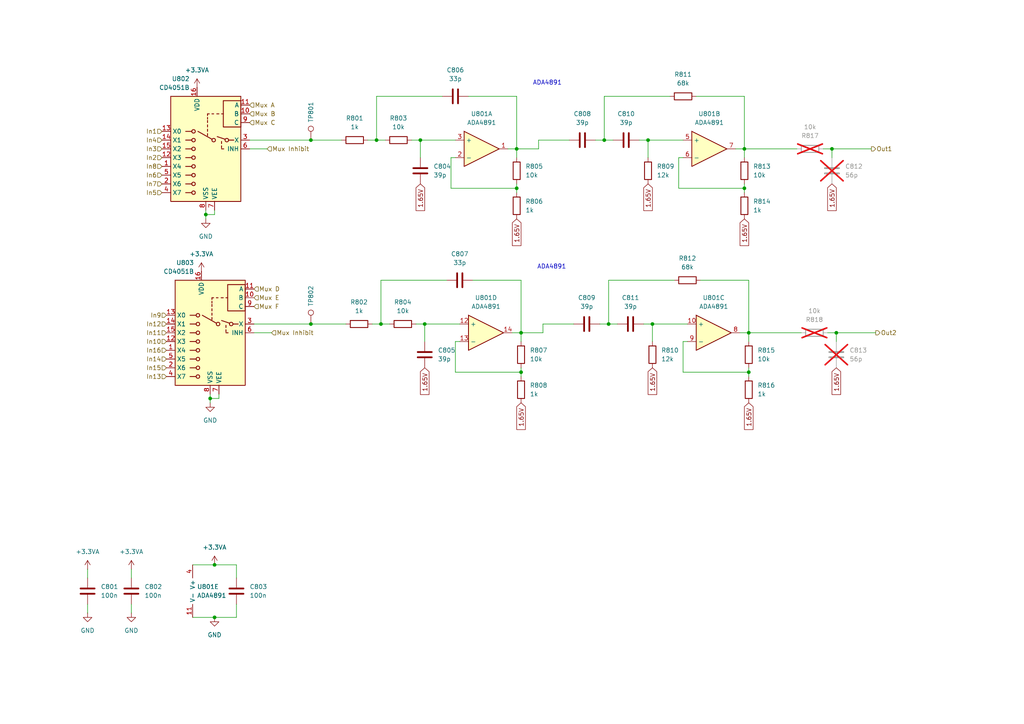
<source format=kicad_sch>
(kicad_sch (version 20250114) (generator "eeschema") (generator_version "9.0")
  (paper "A4")
  (lib_symbols
    (symbol "Analog_Switch:CD4051B"
      (property "Reference" "U" (at -10.16 16.51 0))
      (property "Value" "CD4051B" (at 3.81 16.51 0))
      (symbol "CD4051B_0_1"
        (rectangle (start -10.16 15.24) (end 10.16 -15.24) (stroke (width 0.254)) (fill (type background)))
        (rectangle (start -10.16 6.35) (end -5.08 13.97) (stroke (width 0.254)))
        (polyline (pts (xy -8.128 2.54) (xy -6.604 2.54)) (stroke (width 0.254)))
        (circle (center -6.096 2.54) (radius 0.508) (stroke (width 0.254)))
        (polyline (pts (xy -5.588 2.794) (xy -3.302 3.556)) (stroke (width 0.254)))
        (polyline (pts (xy -4.572 10.16) (xy -5.08 10.16)) (stroke (width 0.254)))
        (polyline (pts (xy -4.572 1.524) (xy -4.572 2.159)) (stroke (width 0.254)))
        (polyline (pts (xy -4.572 0.254) (xy -4.572 0.889)) (stroke (width 0.254)))
        (polyline (pts (xy -4.572 0) (xy -5.207 0)) (stroke (width 0.254)))
        (polyline (pts (xy -3.81 10.16) (xy -3.175 10.16)) (stroke (width 0.254)))
        (circle (center -2.286 2.54) (radius 0.508) (stroke (width 0.254)))
        (polyline (pts (xy -1.778 10.16) (xy -2.286 10.16)) (stroke (width 0.254)))
        (polyline (pts (xy -1.778 2.794) (xy 2.286 5.08)) (stroke (width 0.254)))
        (polyline (pts (xy -0.508 10.16) (xy -1.016 10.16)) (stroke (width 0.254)))
        (polyline (pts (xy -0.508 9.652) (xy -0.508 10.16)) (stroke (width 0.254)))
        (polyline (pts (xy -0.508 8.636) (xy -0.508 9.144)) (stroke (width 0.254)))
        (polyline (pts (xy -0.508 7.62) (xy -0.508 8.255)) (stroke (width 0.254)))
        (polyline (pts (xy -0.508 6.35) (xy -0.508 6.985)) (stroke (width 0.254)))
        (polyline (pts (xy -0.508 5.08) (xy -0.508 5.715)) (stroke (width 0.254)))
        (polyline (pts (xy -0.508 3.81) (xy -0.508 4.445)) (stroke (width 0.254)))
        (circle (center 3.556 5.08) (radius 0.508) (stroke (width 0.254)))
        (circle (center 3.556 2.54) (radius 0.508) (stroke (width 0.254)))
        (circle (center 3.556 0) (radius 0.508) (stroke (width 0.254)))
        (circle (center 3.556 -2.54) (radius 0.508) (stroke (width 0.254)))
        (circle (center 3.556 -5.08) (radius 0.508) (stroke (width 0.254)))
        (circle (center 3.556 -7.62) (radius 0.508) (stroke (width 0.254)))
        (circle (center 3.556 -10.16) (radius 0.508) (stroke (width 0.254)))
        (circle (center 3.556 -12.7) (radius 0.508) (stroke (width 0.254)))
        (polyline (pts (xy 4.064 5.08) (xy 5.842 5.08)) (stroke (width 0.254)))
        (polyline (pts (xy 4.064 2.54) (xy 5.842 2.54)) (stroke (width 0.254)))
        (polyline (pts (xy 4.064 0) (xy 5.842 0)) (stroke (width 0.254)))
        (polyline (pts (xy 4.064 -2.54) (xy 5.842 -2.54)) (stroke (width 0.254)))
        (polyline (pts (xy 4.064 -5.08) (xy 5.842 -5.08)) (stroke (width 0.254)))
        (polyline (pts (xy 4.064 -7.62) (xy 5.842 -7.62)) (stroke (width 0.254)))
        (polyline (pts (xy 4.064 -10.16) (xy 5.842 -10.16)) (stroke (width 0.254)))
        (polyline (pts (xy 4.064 -12.7) (xy 5.842 -12.7)) (stroke (width 0.254)))
      )
      (symbol "CD4051B_1_1"
        (pin input line (at -12.7 12.7 0) (length 2.54) (name "A") (number "11"))
        (pin input line (at -12.7 10.16 0) (length 2.54) (name "B") (number "10"))
        (pin input line (at -12.7 7.62 0) (length 2.54) (name "C") (number "9"))
        (pin bidirectional line (at -12.7 2.54 0) (length 2.54) (name "X") (number "3"))
        (pin input line (at -12.7 0 0) (length 2.54) (name "INH") (number "6"))
        (pin power_in line (at -2.54 -17.78 90) (length 2.54) (name "VEE") (number "7"))
        (pin power_in line (at 0 -17.78 90) (length 2.54) (name "VSS") (number "8"))
        (pin power_in line (at 2.54 17.78 270) (length 2.54) (name "VDD") (number "16"))
        (pin bidirectional line (at 12.7 5.08 180) (length 2.54) (name "X0") (number "13"))
        (pin bidirectional line (at 12.7 2.54 180) (length 2.54) (name "X1") (number "14"))
        (pin bidirectional line (at 12.7 0 180) (length 2.54) (name "X2") (number "15"))
        (pin bidirectional line (at 12.7 -2.54 180) (length 2.54) (name "X3") (number "12"))
        (pin bidirectional line (at 12.7 -5.08 180) (length 2.54) (name "X4") (number "1"))
        (pin bidirectional line (at 12.7 -7.62 180) (length 2.54) (name "X5") (number "5"))
        (pin bidirectional line (at 12.7 -10.16 180) (length 2.54) (name "X6") (number "2"))
        (pin bidirectional line (at 12.7 -12.7 180) (length 2.54) (name "X7") (number "4"))
      )
    )
    (symbol "Connector:TestPoint" (pin_numbers (hide yes)) (pin_names (offset 0.762) (hide yes))
      (property "Reference" "TP" (at 0 6.858 0))
      (property "Value" "TestPoint" (at 0 5.08 0))
      (symbol "TestPoint_0_1"
        (circle (center 0 3.302) (radius 0.762))
      )
      (symbol "TestPoint_1_1"
        (pin passive line (at 0 0 90) (length 2.54) (name "1") (number "1"))
      )
    )
    (symbol "Device:C" (pin_numbers (hide yes)) (pin_names (offset 0.254))
      (property "Reference" "C" (at 0.635 2.54 0))
      (property "Value" "C" (at 0.635 -2.54 0))
      (symbol "C_0_1"
        (polyline (pts (xy -2.032 0.762) (xy 2.032 0.762)) (stroke (width 0.508)))
        (polyline (pts (xy -2.032 -0.762) (xy 2.032 -0.762)) (stroke (width 0.508)))
      )
      (symbol "C_1_1"
        (pin passive line (at 0 3.81 270) (length 2.794) (name "~") (number "1"))
        (pin passive line (at 0 -3.81 90) (length 2.794) (name "~") (number "2"))
      )
    )
    (symbol "Device:Opamp_Quad"
      (property "Reference" "U" (at 0 5.08 0))
      (property "Value" "Opamp_Quad" (at 0 -5.08 0))
      (symbol "Opamp_Quad_1_1"
        (polyline (pts (xy -5.08 5.08) (xy 5.08 0) (xy -5.08 -5.08) (xy -5.08 5.08)) (stroke (width 0.254)) (fill (type background)))
        (pin input line (at -7.62 2.54 0) (length 2.54) (name "+") (number "3"))
        (pin input line (at -7.62 -2.54 0) (length 2.54) (name "-") (number "2"))
        (pin output line (at 7.62 0 180) (length 2.54) (name "~") (number "1"))
      )
      (symbol "Opamp_Quad_2_1"
        (polyline (pts (xy -5.08 5.08) (xy 5.08 0) (xy -5.08 -5.08) (xy -5.08 5.08)) (stroke (width 0.254)) (fill (type background)))
        (pin input line (at -7.62 2.54 0) (length 2.54) (name "+") (number "5"))
        (pin input line (at -7.62 -2.54 0) (length 2.54) (name "-") (number "6"))
        (pin output line (at 7.62 0 180) (length 2.54) (name "~") (number "7"))
      )
      (symbol "Opamp_Quad_3_1"
        (polyline (pts (xy -5.08 5.08) (xy 5.08 0) (xy -5.08 -5.08) (xy -5.08 5.08)) (stroke (width 0.254)) (fill (type background)))
        (pin input line (at -7.62 2.54 0) (length 2.54) (name "+") (number "10"))
        (pin input line (at -7.62 -2.54 0) (length 2.54) (name "-") (number "9"))
        (pin output line (at 7.62 0 180) (length 2.54) (name "~") (number "8"))
      )
      (symbol "Opamp_Quad_4_1"
        (polyline (pts (xy -5.08 5.08) (xy 5.08 0) (xy -5.08 -5.08) (xy -5.08 5.08)) (stroke (width 0.254)) (fill (type background)))
        (pin input line (at -7.62 2.54 0) (length 2.54) (name "+") (number "12"))
        (pin input line (at -7.62 -2.54 0) (length 2.54) (name "-") (number "13"))
        (pin output line (at 7.62 0 180) (length 2.54) (name "~") (number "14"))
      )
      (symbol "Opamp_Quad_5_1"
        (pin power_in line (at -2.54 7.62 270) (length 3.81) (name "V+") (number "4"))
        (pin power_in line (at -2.54 -7.62 90) (length 3.81) (name "V-") (number "11"))
      )
    )
    (symbol "Device:R" (pin_numbers (hide yes)) (pin_names (offset 0))
      (property "Reference" "R" (at 2.032 0 90))
      (property "Value" "R" (at 0 0 90))
      (symbol "R_0_1"
        (rectangle (start -1.016 -2.54) (end 1.016 2.54) (stroke (width 0.254)))
      )
      (symbol "R_1_1"
        (pin passive line (at 0 3.81 270) (length 1.27) (name "~") (number "1"))
        (pin passive line (at 0 -3.81 90) (length 1.27) (name "~") (number "2"))
      )
    )
    (symbol "power:+3.3VA" (power) (pin_numbers (hide yes)) (pin_names (offset 0) (hide yes))
      (property "Value" "+3.3VA" (at 0 3.556 0))
      (symbol "+3.3VA_0_1"
        (polyline (pts (xy -0.762 1.27) (xy 0 2.54)))
        (polyline (pts (xy 0 2.54) (xy 0.762 1.27)))
        (polyline (pts (xy 0 0) (xy 0 2.54)))
      )
      (symbol "+3.3VA_1_1"
        (pin power_in line (at 0 0 90) (length 0) (name "~") (number "1"))
      )
    )
    (symbol "power:GND" (power) (pin_numbers (hide yes)) (pin_names (offset 0) (hide yes))
      (property "Value" "GND" (at 0 -3.81 0))
      (symbol "GND_0_1"
        (polyline (pts (xy 0 0) (xy 0 -1.27) (xy 1.27 -1.27) (xy 0 -2.54) (xy -1.27 -1.27) (xy 0 -1.27)))
      )
      (symbol "GND_1_1"
        (pin power_in line (at 0 0 270) (length 0) (name "~") (number "1"))
      )
    )
  )
  (text "ADA4891" (at 160.02 77.47 0) (effects (font (size 1.27 1.27))))
  (text "ADA4891" (at 158.75 24.13 0) (effects (font (size 1.27 1.27))))
  (junction (at 189.23 93.98))
  (junction (at 215.9 43.18))
  (junction (at 90.17 40.64))
  (junction (at 149.86 43.18))
  (junction (at 123.19 93.98))
  (junction (at 62.23 179.07))
  (junction (at 175.26 40.64))
  (junction (at 217.17 107.95))
  (junction (at 149.86 54.61))
  (junction (at 59.69 62.23))
  (junction (at 60.96 115.57))
  (junction (at 90.17 93.98))
  (junction (at 215.9 54.61))
  (junction (at 241.3 43.18))
  (junction (at 151.13 96.52))
  (junction (at 217.17 96.52))
  (junction (at 62.23 163.83))
  (junction (at 242.57 96.52))
  (junction (at 121.92 40.64))
  (junction (at 176.53 93.98))
  (junction (at 110.49 93.98))
  (junction (at 109.22 40.64))
  (junction (at 187.96 40.64))
  (junction (at 151.13 107.95))
  (wire (pts (xy 165.1 40.64) (xy 156.21 40.64)))
  (wire (pts (xy 110.49 81.28) (xy 110.49 93.98)))
  (wire (pts (xy 241.3 43.18) (xy 252.73 43.18)))
  (wire (pts (xy 215.9 43.18) (xy 213.36 43.18)))
  (wire (pts (xy 201.93 27.94) (xy 215.9 27.94)))
  (wire (pts (xy 68.58 167.64) (xy 68.58 163.83)))
  (wire (pts (xy 133.35 99.06) (xy 132.08 99.06)))
  (wire (pts (xy 132.08 40.64) (xy 121.92 40.64)))
  (wire (pts (xy 242.57 99.06) (xy 242.57 96.52)))
  (wire (pts (xy 132.08 45.72) (xy 130.81 45.72)))
  (wire (pts (xy 60.96 116.84) (xy 60.96 115.57)))
  (wire (pts (xy 215.9 27.94) (xy 215.9 43.18)))
  (wire (pts (xy 90.17 93.98) (xy 100.33 93.98)))
  (wire (pts (xy 198.12 40.64) (xy 187.96 40.64)))
  (wire (pts (xy 199.39 99.06) (xy 198.12 99.06)))
  (wire (pts (xy 198.12 107.95) (xy 217.17 107.95)))
  (wire (pts (xy 242.57 96.52) (xy 240.03 96.52)))
  (wire (pts (xy 241.3 43.18) (xy 238.76 43.18)))
  (wire (pts (xy 130.81 45.72) (xy 130.81 54.61)))
  (wire (pts (xy 217.17 81.28) (xy 217.17 96.52)))
  (wire (pts (xy 176.53 93.98) (xy 179.07 93.98)))
  (wire (pts (xy 72.39 43.18) (xy 77.47 43.18)))
  (wire (pts (xy 90.17 40.64) (xy 99.06 40.64)))
  (wire (pts (xy 151.13 81.28) (xy 151.13 96.52)))
  (wire (pts (xy 38.1 175.26) (xy 38.1 177.8)))
  (wire (pts (xy 187.96 45.72) (xy 187.96 40.64)))
  (wire (pts (xy 156.21 43.18) (xy 149.86 43.18)))
  (wire (pts (xy 72.39 40.64) (xy 90.17 40.64)))
  (wire (pts (xy 60.96 115.57) (xy 63.5 115.57)))
  (wire (pts (xy 128.27 27.94) (xy 109.22 27.94)))
  (wire (pts (xy 156.21 40.64) (xy 156.21 43.18)))
  (wire (pts (xy 68.58 179.07) (xy 68.58 175.26)))
  (wire (pts (xy 217.17 99.06) (xy 217.17 96.52)))
  (wire (pts (xy 196.85 45.72) (xy 196.85 54.61)))
  (wire (pts (xy 109.22 40.64) (xy 111.76 40.64)))
  (wire (pts (xy 38.1 165.1) (xy 38.1 167.64)))
  (wire (pts (xy 175.26 40.64) (xy 177.8 40.64)))
  (wire (pts (xy 106.68 40.64) (xy 109.22 40.64)))
  (wire (pts (xy 196.85 54.61) (xy 215.9 54.61)))
  (wire (pts (xy 60.96 115.57) (xy 60.96 114.3)))
  (wire (pts (xy 59.69 63.5) (xy 59.69 62.23)))
  (wire (pts (xy 187.96 40.64) (xy 185.42 40.64)))
  (wire (pts (xy 130.81 54.61) (xy 149.86 54.61)))
  (wire (pts (xy 241.3 45.72) (xy 241.3 43.18)))
  (wire (pts (xy 149.86 55.88) (xy 149.86 54.61)))
  (wire (pts (xy 194.31 27.94) (xy 175.26 27.94)))
  (wire (pts (xy 63.5 115.57) (xy 63.5 114.3)))
  (wire (pts (xy 123.19 99.06) (xy 123.19 93.98)))
  (wire (pts (xy 55.88 179.07) (xy 62.23 179.07)))
  (wire (pts (xy 189.23 99.06) (xy 189.23 93.98)))
  (wire (pts (xy 149.86 43.18) (xy 147.32 43.18)))
  (wire (pts (xy 203.2 81.28) (xy 217.17 81.28)))
  (wire (pts (xy 217.17 109.22) (xy 217.17 107.95)))
  (wire (pts (xy 149.86 45.72) (xy 149.86 43.18)))
  (wire (pts (xy 123.19 93.98) (xy 120.65 93.98)))
  (wire (pts (xy 175.26 27.94) (xy 175.26 40.64)))
  (wire (pts (xy 62.23 179.07) (xy 68.58 179.07)))
  (wire (pts (xy 149.86 27.94) (xy 149.86 43.18)))
  (wire (pts (xy 137.16 81.28) (xy 151.13 81.28)))
  (wire (pts (xy 231.14 43.18) (xy 215.9 43.18)))
  (wire (pts (xy 25.4 175.26) (xy 25.4 177.8)))
  (wire (pts (xy 242.57 96.52) (xy 254 96.52)))
  (wire (pts (xy 198.12 45.72) (xy 196.85 45.72)))
  (wire (pts (xy 217.17 96.52) (xy 214.63 96.52)))
  (wire (pts (xy 199.39 93.98) (xy 189.23 93.98)))
  (wire (pts (xy 198.12 99.06) (xy 198.12 107.95)))
  (wire (pts (xy 215.9 54.61) (xy 215.9 53.34)))
  (wire (pts (xy 151.13 99.06) (xy 151.13 96.52)))
  (wire (pts (xy 107.95 93.98) (xy 110.49 93.98)))
  (wire (pts (xy 135.89 27.94) (xy 149.86 27.94)))
  (wire (pts (xy 157.48 96.52) (xy 151.13 96.52)))
  (wire (pts (xy 59.69 62.23) (xy 62.23 62.23)))
  (wire (pts (xy 215.9 55.88) (xy 215.9 54.61)))
  (wire (pts (xy 132.08 99.06) (xy 132.08 107.95)))
  (wire (pts (xy 176.53 81.28) (xy 176.53 93.98)))
  (wire (pts (xy 151.13 96.52) (xy 148.59 96.52)))
  (wire (pts (xy 62.23 62.23) (xy 62.23 60.96)))
  (wire (pts (xy 133.35 93.98) (xy 123.19 93.98)))
  (wire (pts (xy 110.49 93.98) (xy 113.03 93.98)))
  (wire (pts (xy 149.86 54.61) (xy 149.86 53.34)))
  (wire (pts (xy 73.66 96.52) (xy 78.74 96.52)))
  (wire (pts (xy 173.99 93.98) (xy 176.53 93.98)))
  (wire (pts (xy 132.08 107.95) (xy 151.13 107.95)))
  (wire (pts (xy 121.92 40.64) (xy 119.38 40.64)))
  (wire (pts (xy 62.23 163.83) (xy 68.58 163.83)))
  (wire (pts (xy 172.72 40.64) (xy 175.26 40.64)))
  (wire (pts (xy 166.37 93.98) (xy 157.48 93.98)))
  (wire (pts (xy 157.48 93.98) (xy 157.48 96.52)))
  (wire (pts (xy 151.13 107.95) (xy 151.13 106.68)))
  (wire (pts (xy 189.23 93.98) (xy 186.69 93.98)))
  (wire (pts (xy 59.69 62.23) (xy 59.69 60.96)))
  (wire (pts (xy 121.92 45.72) (xy 121.92 40.64)))
  (wire (pts (xy 195.58 81.28) (xy 176.53 81.28)))
  (wire (pts (xy 25.4 165.1) (xy 25.4 167.64)))
  (wire (pts (xy 109.22 27.94) (xy 109.22 40.64)))
  (wire (pts (xy 151.13 109.22) (xy 151.13 107.95)))
  (wire (pts (xy 55.88 163.83) (xy 62.23 163.83)))
  (wire (pts (xy 215.9 43.18) (xy 215.9 45.72)))
  (wire (pts (xy 232.41 96.52) (xy 217.17 96.52)))
  (wire (pts (xy 73.66 93.98) (xy 90.17 93.98)))
  (wire (pts (xy 217.17 107.95) (xy 217.17 106.68)))
  (wire (pts (xy 129.54 81.28) (xy 110.49 81.28)))
  (image (at 425.45 69.85))
  (global_label "1.65V" (shape input) (at 187.96 53.34 270) (property "Intersheetrefs" "${INTERSHEET_REFS}" (effects (hide yes))))
  (global_label "1.65V" (shape input) (at 151.13 116.84 270) (property "Intersheetrefs" "${INTERSHEET_REFS}" (effects (hide yes))))
  (global_label "1.65V" (shape input) (at 149.86 63.5 270) (property "Intersheetrefs" "${INTERSHEET_REFS}" (effects (hide yes))))
  (global_label "1.65V" (shape input) (at 241.3 53.34 270) (property "Intersheetrefs" "${INTERSHEET_REFS}" (effects (hide yes))))
  (global_label "1.65V" (shape input) (at 123.19 106.68 270) (property "Intersheetrefs" "${INTERSHEET_REFS}" (effects (hide yes))))
  (global_label "1.65V" (shape input) (at 189.23 106.68 270) (property "Intersheetrefs" "${INTERSHEET_REFS}" (effects (hide yes))))
  (global_label "1.65V" (shape input) (at 215.9 63.5 270) (property "Intersheetrefs" "${INTERSHEET_REFS}" (effects (hide yes))))
  (global_label "1.65V" (shape input) (at 217.17 116.84 270) (property "Intersheetrefs" "${INTERSHEET_REFS}" (effects (hide yes))))
  (global_label "1.65V" (shape input) (at 121.92 53.34 270) (property "Intersheetrefs" "${INTERSHEET_REFS}" (effects (hide yes))))
  (global_label "1.65V" (shape input) (at 242.57 106.68 270) (property "Intersheetrefs" "${INTERSHEET_REFS}" (effects (hide yes))))
  (hierarchical_label "Mux F" (shape input) (at 73.66 88.9 0))
  (hierarchical_label "Mux Inhibit" (shape input) (at 77.47 43.18 0))
  (hierarchical_label "Mux A" (shape input) (at 72.39 30.48 0))
  (hierarchical_label "In6" (shape input) (at 46.99 50.8 180))
  (hierarchical_label "Mux Inhibit" (shape input) (at 78.74 96.52 0))
  (hierarchical_label "Mux D" (shape input) (at 73.66 83.82 0))
  (hierarchical_label "In10" (shape input) (at 48.26 99.06 180))
  (hierarchical_label "In15" (shape input) (at 48.26 106.68 180))
  (hierarchical_label "In16" (shape input) (at 48.26 101.6 180))
  (hierarchical_label "Out2" (shape output) (at 254 96.52 0))
  (hierarchical_label "Mux C" (shape input) (at 72.39 35.56 0))
  (hierarchical_label "In4" (shape input) (at 46.99 40.64 180))
  (hierarchical_label "In2" (shape input) (at 46.99 45.72 180))
  (hierarchical_label "In14" (shape input) (at 48.26 104.14 180))
  (hierarchical_label "In8" (shape input) (at 46.99 48.26 180))
  (hierarchical_label "Mux E" (shape input) (at 73.66 86.36 0))
  (hierarchical_label "In12" (shape input) (at 48.26 93.98 180))
  (hierarchical_label "Mux B" (shape input) (at 72.39 33.02 0))
  (hierarchical_label "Out1" (shape output) (at 252.73 43.18 0))
  (hierarchical_label "In3" (shape input) (at 46.99 43.18 180))
  (hierarchical_label "In9" (shape input) (at 48.26 91.44 180))
  (hierarchical_label "In7" (shape input) (at 46.99 53.34 180))
  (hierarchical_label "In11" (shape input) (at 48.26 96.52 180))
  (hierarchical_label "In13" (shape input) (at 48.26 109.22 180))
  (hierarchical_label "In1" (shape input) (at 46.99 38.1 180))
  (hierarchical_label "In5" (shape input) (at 46.99 55.88 180))
  (symbol (lib_id "Device:R") (at 217.17 102.87 0) (mirror x) (unit 1)
    (property "Reference" "R715" (at 219.71 101.6 0) (effects (justify left)))
    (property "Value" "10k" (at 219.71 104.14 0) (effects (justify left)))
    (property "Footprint" "Resistor_SMD:R_0603_1608Metric" (effects (hide yes)))
    (property "Description" "Resistor" (effects (hide yes)))
    (instances (project "Input Board" (path "" (reference "R815") (unit 1)) (path "" (reference "R715") (unit 1))))
  )
  (symbol (lib_id "Device:C") (at 182.88 93.98 90) (unit 1)
    (property "Reference" "C711" (at 182.88 86.36 90))
    (property "Value" "39p" (at 182.88 88.9 90))
    (property "Footprint" "Capacitor_SMD:C_0603_1608Metric" (effects (hide yes)))
    (property "Description" "Unpolarized capacitor" (effects (hide yes)))
    (instances (project "Input Board" (path "" (reference "C811") (unit 1)) (path "" (reference "C711") (unit 1))))
  )
  (symbol (lib_id "power:+3.3VA") (at 62.23 163.83 0) (unit 1)
    (property "Reference" "#PWR0709" (effects (hide yes)))
    (property "Value" "+3.3VA" (at 62.23 158.75 0))
    (property "Description" "Power symbol creates a global label with name \"+3.3VA\"" (effects (hide yes)))
    (instances (project "Input Board" (path "" (reference "#PWR0809") (unit 1)) (path "" (reference "#PWR0709") (unit 1))))
  )
  (symbol (lib_id "Device:R") (at 151.13 113.03 0) (mirror x) (unit 1)
    (property "Reference" "R708" (at 153.67 111.76 0) (effects (justify left)))
    (property "Value" "1k" (at 153.67 114.3 0) (effects (justify left)))
    (property "Footprint" "Resistor_SMD:R_0603_1608Metric" (effects (hide yes)))
    (property "Description" "Resistor" (effects (hide yes)))
    (instances (project "Input Board" (path "" (reference "R808") (unit 1)) (path "" (reference "R708") (unit 1))))
  )
  (symbol (lib_id "Device:C") (at 121.92 49.53 0) (unit 1)
    (property "Reference" "C704" (at 125.73 48.2599 0) (effects (justify left)))
    (property "Value" "39p" (at 125.73 50.7999 0) (effects (justify left)))
    (property "Footprint" "Capacitor_SMD:C_0603_1608Metric" (effects (hide yes)))
    (property "Description" "Unpolarized capacitor" (effects (hide yes)))
    (instances (project "Input Board" (path "" (reference "C804") (unit 1)) (path "" (reference "C704") (unit 1))))
  )
  (symbol (lib_id "Device:Opamp_Quad") (at 139.7 43.18 0) (unit 1)
    (property "Reference" "U701" (at 139.7 33.02 0))
    (property "Value" "ADA4891" (at 139.7 35.56 0))
    (property "Footprint" "Package_SO:SOIC-14_3.9x8.7mm_P1.27mm" (effects (hide yes)))
    (property "Description" "Quad operational amplifier" (effects (hide yes)))
    (property "Sim.Library" "${KICAD9_SYMBOL_DIR}/Simulation_SPICE.sp" (effects (hide yes)))
    (property "Sim.Name" "kicad_builtin_opamp_quad" (effects (hide yes)))
    (property "Sim.Device" "SUBCKT" (effects (hide yes)))
    (property "Sim.Pins" "1=out1 2=in1- 3=in1+ 4=vcc 5=in2+ 6=in2- 7=out2 8=out3 9=in3- 10=in3+ 11=vee 12=in4+ 13=in4- 14=out4" (effects (hide yes)))
    (instances (project "Input Board" (path "" (reference "U801") (unit 1)) (path "" (reference "U701") (unit 1))))
  )
  (symbol (lib_id "Device:C") (at 133.35 81.28 90) (unit 1)
    (property "Reference" "C707" (at 133.35 73.66 90))
    (property "Value" "33p" (at 133.35 76.2 90))
    (property "Footprint" "Capacitor_SMD:C_0603_1608Metric" (effects (hide yes)))
    (property "Description" "Unpolarized capacitor" (effects (hide yes)))
    (instances (project "Input Board" (path "" (reference "C807") (unit 1)) (path "" (reference "C707") (unit 1))))
  )
  (symbol (lib_id "Device:Opamp_Quad") (at 58.42 171.45 0) (unit 5)
    (property "Reference" "U701" (at 57.15 170.1799 0) (effects (justify left)))
    (property "Value" "ADA4891" (at 57.15 172.7199 0) (effects (justify left)))
    (property "Footprint" "Package_SO:SOIC-14_3.9x8.7mm_P1.27mm" (effects (hide yes)))
    (property "Description" "Quad operational amplifier" (effects (hide yes)))
    (property "Sim.Library" "${KICAD9_SYMBOL_DIR}/Simulation_SPICE.sp" (effects (hide yes)))
    (property "Sim.Name" "kicad_builtin_opamp_quad" (effects (hide yes)))
    (property "Sim.Device" "SUBCKT" (effects (hide yes)))
    (property "Sim.Pins" "1=out1 2=in1- 3=in1+ 4=vcc 5=in2+ 6=in2- 7=out2 8=out3 9=in3- 10=in3+ 11=vee 12=in4+ 13=in4- 14=out4" (effects (hide yes)))
    (instances (project "Input Board" (path "" (reference "U801") (unit 5)) (path "" (reference "U701") (unit 5))))
  )
  (symbol (lib_id "Device:R") (at 217.17 113.03 0) (mirror x) (unit 1)
    (property "Reference" "R716" (at 219.71 111.76 0) (effects (justify left)))
    (property "Value" "1k" (at 219.71 114.3 0) (effects (justify left)))
    (property "Footprint" "Resistor_SMD:R_0603_1608Metric" (effects (hide yes)))
    (property "Description" "Resistor" (effects (hide yes)))
    (instances (project "Input Board" (path "" (reference "R816") (unit 1)) (path "" (reference "R716") (unit 1))))
  )
  (symbol (lib_id "Device:R") (at 199.39 81.28 270) (mirror x) (unit 1)
    (property "Reference" "R712" (at 199.39 74.93 90))
    (property "Value" "68k" (at 199.39 77.47 90))
    (property "Footprint" "Resistor_SMD:R_0603_1608Metric" (effects (hide yes)))
    (property "Description" "Resistor" (effects (hide yes)))
    (instances (project "Input Board" (path "" (reference "R812") (unit 1)) (path "" (reference "R712") (unit 1))))
  )
  (symbol (lib_id "Device:R") (at 187.96 49.53 0) (mirror x) (unit 1)
    (property "Reference" "R709" (at 190.5 48.26 0) (effects (justify left)))
    (property "Value" "12k" (at 190.5 50.8 0) (effects (justify left)))
    (property "Footprint" "Resistor_SMD:R_0603_1608Metric" (effects (hide yes)))
    (property "Description" "Resistor" (effects (hide yes)))
    (instances (project "Input Board" (path "" (reference "R809") (unit 1)) (path "" (reference "R709") (unit 1))))
  )
  (symbol (lib_id "power:GND") (at 38.1 177.8 0) (unit 1)
    (property "Reference" "#PWR0704" (effects (hide yes)))
    (property "Value" "GND" (at 38.1 182.88 0))
    (property "Description" "Power symbol creates a global label with name \"GND\" , ground" (effects (hide yes)))
    (instances (project "Input Board" (path "" (reference "#PWR0804") (unit 1)) (path "" (reference "#PWR0704") (unit 1))))
  )
  (symbol (lib_id "Device:C") (at 170.18 93.98 90) (unit 1)
    (property "Reference" "C709" (at 170.18 86.36 90))
    (property "Value" "39p" (at 170.18 88.9 90))
    (property "Footprint" "Capacitor_SMD:C_0603_1608Metric" (effects (hide yes)))
    (property "Description" "Unpolarized capacitor" (effects (hide yes)))
    (instances (project "Input Board" (path "" (reference "C809") (unit 1)) (path "" (reference "C709") (unit 1))))
  )
  (symbol (lib_id "Device:C") (at 132.08 27.94 90) (unit 1)
    (property "Reference" "C706" (at 132.08 20.32 90))
    (property "Value" "33p" (at 132.08 22.86 90))
    (property "Footprint" "Capacitor_SMD:C_0603_1608Metric" (effects (hide yes)))
    (property "Description" "Unpolarized capacitor" (effects (hide yes)))
    (instances (project "Input Board" (path "" (reference "C806") (unit 1)) (path "" (reference "C706") (unit 1))))
  )
  (symbol (lib_id "Device:C") (at 168.91 40.64 90) (unit 1)
    (property "Reference" "C708" (at 168.91 33.02 90))
    (property "Value" "39p" (at 168.91 35.56 90))
    (property "Footprint" "Capacitor_SMD:C_0603_1608Metric" (effects (hide yes)))
    (property "Description" "Unpolarized capacitor" (effects (hide yes)))
    (instances (project "Input Board" (path "" (reference "C808") (unit 1)) (path "" (reference "C708") (unit 1))))
  )
  (symbol (lib_id "Device:R") (at 236.22 96.52 270) (mirror x) (unit 1) (dnp yes)
    (property "Reference" "R718" (at 236.22 92.71 90))
    (property "Value" "10k" (at 236.22 90.17 90))
    (property "Footprint" "Resistor_SMD:R_0603_1608Metric" (effects (hide yes)))
    (property "Description" "Resistor" (effects (hide yes)))
    (instances (project "Input Board" (path "" (reference "R818") (unit 1)) (path "" (reference "R718") (unit 1))))
  )
  (symbol (lib_id "Device:R") (at 102.87 40.64 90) (unit 1)
    (property "Reference" "R701" (at 102.87 34.29 90))
    (property "Value" "1k" (at 102.87 36.83 90))
    (property "Footprint" "Resistor_SMD:R_0603_1608Metric" (effects (hide yes)))
    (property "Description" "Resistor" (effects (hide yes)))
    (instances (project "Input Board" (path "" (reference "R801") (unit 1)) (path "" (reference "R701") (unit 1))))
  )
  (symbol (lib_id "Device:R") (at 104.14 93.98 90) (unit 1)
    (property "Reference" "R702" (at 104.14 87.63 90))
    (property "Value" "1k" (at 104.14 90.17 90))
    (property "Footprint" "Resistor_SMD:R_0603_1608Metric" (effects (hide yes)))
    (property "Description" "Resistor" (effects (hide yes)))
    (instances (project "Input Board" (path "" (reference "R802") (unit 1)) (path "" (reference "R702") (unit 1))))
  )
  (symbol (lib_id "Device:C") (at 68.58 171.45 0) (unit 1)
    (property "Reference" "C703" (at 72.39 170.1799 0) (effects (justify left)))
    (property "Value" "100n" (at 72.39 172.7199 0) (effects (justify left)))
    (property "Footprint" "Capacitor_SMD:C_0603_1608Metric" (effects (hide yes)))
    (property "Description" "Unpolarized capacitor" (effects (hide yes)))
    (instances (project "Input Board" (path "" (reference "C803") (unit 1)) (path "" (reference "C703") (unit 1))))
  )
  (symbol (lib_id "Device:R") (at 151.13 102.87 0) (mirror x) (unit 1)
    (property "Reference" "R707" (at 153.67 101.6 0) (effects (justify left)))
    (property "Value" "10k" (at 153.67 104.14 0) (effects (justify left)))
    (property "Footprint" "Resistor_SMD:R_0603_1608Metric" (effects (hide yes)))
    (property "Description" "Resistor" (effects (hide yes)))
    (instances (project "Input Board" (path "" (reference "R807") (unit 1)) (path "" (reference "R707") (unit 1))))
  )
  (symbol (lib_id "Connector:TestPoint") (at 90.17 93.98 0) (unit 1)
    (property "Reference" "TP702" (at 90.17 88.9 90) (effects (justify left)))
    (property "Value" "TestPoint" (effects (hide yes)))
    (property "Footprint" "TestPoint:TestPoint_Pad_1.5x1.5mm" (effects (hide yes)))
    (property "Description" "test point" (effects (hide yes)))
    (instances (project "Input Board" (path "" (reference "TP802") (unit 1)) (path "" (reference "TP702") (unit 1))))
  )
  (symbol (lib_id "Device:R") (at 215.9 49.53 0) (mirror x) (unit 1)
    (property "Reference" "R713" (at 218.44 48.26 0) (effects (justify left)))
    (property "Value" "10k" (at 218.44 50.8 0) (effects (justify left)))
    (property "Footprint" "Resistor_SMD:R_0603_1608Metric" (effects (hide yes)))
    (property "Description" "Resistor" (effects (hide yes)))
    (instances (project "Input Board" (path "" (reference "R813") (unit 1)) (path "" (reference "R713") (unit 1))))
  )
  (symbol (lib_id "Device:Opamp_Quad") (at 207.01 96.52 0) (unit 3)
    (property "Reference" "U701" (at 207.01 86.36 0))
    (property "Value" "ADA4891" (at 207.01 88.9 0))
    (property "Footprint" "Package_SO:SOIC-14_3.9x8.7mm_P1.27mm" (effects (hide yes)))
    (property "Description" "Quad operational amplifier" (effects (hide yes)))
    (property "Sim.Library" "${KICAD9_SYMBOL_DIR}/Simulation_SPICE.sp" (effects (hide yes)))
    (property "Sim.Name" "kicad_builtin_opamp_quad" (effects (hide yes)))
    (property "Sim.Device" "SUBCKT" (effects (hide yes)))
    (property "Sim.Pins" "1=out1 2=in1- 3=in1+ 4=vcc 5=in2+ 6=in2- 7=out2 8=out3 9=in3- 10=in3+ 11=vee 12=in4+ 13=in4- 14=out4" (effects (hide yes)))
    (instances (project "Input Board" (path "" (reference "U801") (unit 3)) (path "" (reference "U701") (unit 3))))
  )
  (symbol (lib_id "Device:R") (at 189.23 102.87 0) (mirror x) (unit 1)
    (property "Reference" "R710" (at 191.77 101.6 0) (effects (justify left)))
    (property "Value" "12k" (at 191.77 104.14 0) (effects (justify left)))
    (property "Footprint" "Resistor_SMD:R_0603_1608Metric" (effects (hide yes)))
    (property "Description" "Resistor" (effects (hide yes)))
    (instances (project "Input Board" (path "" (reference "R810") (unit 1)) (path "" (reference "R710") (unit 1))))
  )
  (symbol (lib_id "Device:R") (at 116.84 93.98 90) (unit 1)
    (property "Reference" "R704" (at 116.84 87.63 90))
    (property "Value" "10k" (at 116.84 90.17 90))
    (property "Footprint" "Resistor_SMD:R_0603_1608Metric" (effects (hide yes)))
    (property "Description" "Resistor" (effects (hide yes)))
    (instances (project "Input Board" (path "" (reference "R804") (unit 1)) (path "" (reference "R704") (unit 1))))
  )
  (symbol (lib_id "Analog_Switch:CD4051B") (at 59.69 43.18 0) (mirror y) (unit 1)
    (property "Reference" "U702" (at 55.0067 22.86 0) (effects (justify left)))
    (property "Value" "CD4051B" (at 55.0067 25.4 0) (effects (justify left)))
    (property "Footprint" "Package_SO:SOIC-16_3.9x9.9mm_P1.27mm" (effects (hide yes)))
    (property "Datasheet" "http://www.ti.com/lit/ds/symlink/cd4052b.pdf" (effects (hide yes)))
    (property "Description" "CMOS single 8-channel analog multiplexer demultiplexer, TSSOP-16/DIP-16/SOIC-16" (effects (hide yes)))
    (instances (project "Input Board" (path "" (reference "U802") (unit 1)) (path "" (reference "U702") (unit 1))))
  )
  (symbol (lib_id "power:+3.3VA") (at 58.42 78.74 0) (unit 1)
    (property "Reference" "#PWR0706" (effects (hide yes)))
    (property "Value" "+3.3VA" (at 58.42 73.66 0))
    (property "Description" "Power symbol creates a global label with name \"+3.3VA\"" (effects (hide yes)))
    (instances (project "Input Board" (path "" (reference "#PWR0806") (unit 1)) (path "" (reference "#PWR0706") (unit 1))))
  )
  (symbol (lib_id "Device:R") (at 234.95 43.18 270) (mirror x) (unit 1) (dnp yes)
    (property "Reference" "R717" (at 234.95 39.37 90))
    (property "Value" "10k" (at 234.95 36.83 90))
    (property "Footprint" "Resistor_SMD:R_0603_1608Metric" (effects (hide yes)))
    (property "Description" "Resistor" (effects (hide yes)))
    (instances (project "Input Board" (path "" (reference "R817") (unit 1)) (path "" (reference "R717") (unit 1))))
  )
  (symbol (lib_id "power:+3.3VA") (at 38.1 165.1 0) (unit 1)
    (property "Reference" "#PWR0703" (effects (hide yes)))
    (property "Value" "+3.3VA" (at 38.1 160.02 0))
    (property "Description" "Power symbol creates a global label with name \"+3.3VA\"" (effects (hide yes)))
    (instances (project "Input Board" (path "" (reference "#PWR0803") (unit 1)) (path "" (reference "#PWR0703") (unit 1))))
  )
  (symbol (lib_id "Device:C") (at 181.61 40.64 90) (unit 1)
    (property "Reference" "C710" (at 181.61 33.02 90))
    (property "Value" "39p" (at 181.61 35.56 90))
    (property "Footprint" "Capacitor_SMD:C_0603_1608Metric" (effects (hide yes)))
    (property "Description" "Unpolarized capacitor" (effects (hide yes)))
    (instances (project "Input Board" (path "" (reference "C810") (unit 1)) (path "" (reference "C710") (unit 1))))
  )
  (symbol (lib_id "Device:C") (at 242.57 102.87 180) (unit 1) (dnp yes)
    (property "Reference" "C713" (at 246.38 101.5999 0) (effects (justify right)))
    (property "Value" "56p" (at 246.38 104.1399 0) (effects (justify right)))
    (property "Footprint" "Capacitor_SMD:C_0603_1608Metric" (effects (hide yes)))
    (property "Description" "Unpolarized capacitor" (effects (hide yes)))
    (instances (project "Input Board" (path "" (reference "C813") (unit 1)) (path "" (reference "C713") (unit 1))))
  )
  (symbol (lib_id "power:GND") (at 62.23 179.07 0) (unit 1)
    (property "Reference" "#PWR089" (effects (hide yes)))
    (property "Value" "GND" (at 62.23 184.15 0))
    (property "Description" "Power symbol creates a global label with name \"GND\" , ground" (effects (hide yes)))
    (instances (project "Input Board" (path "" (reference "#PWR090") (unit 1)) (path "" (reference "#PWR089") (unit 1))))
  )
  (symbol (lib_id "Device:R") (at 115.57 40.64 90) (unit 1)
    (property "Reference" "R703" (at 115.57 34.29 90))
    (property "Value" "10k" (at 115.57 36.83 90))
    (property "Footprint" "Resistor_SMD:R_0603_1608Metric" (effects (hide yes)))
    (property "Description" "Resistor" (effects (hide yes)))
    (instances (project "Input Board" (path "" (reference "R803") (unit 1)) (path "" (reference "R703") (unit 1))))
  )
  (symbol (lib_id "Device:Opamp_Quad") (at 140.97 96.52 0) (unit 4)
    (property "Reference" "U701" (at 140.97 86.36 0))
    (property "Value" "ADA4891" (at 140.97 88.9 0))
    (property "Footprint" "Package_SO:SOIC-14_3.9x8.7mm_P1.27mm" (effects (hide yes)))
    (property "Description" "Quad operational amplifier" (effects (hide yes)))
    (property "Sim.Library" "${KICAD9_SYMBOL_DIR}/Simulation_SPICE.sp" (effects (hide yes)))
    (property "Sim.Name" "kicad_builtin_opamp_quad" (effects (hide yes)))
    (property "Sim.Device" "SUBCKT" (effects (hide yes)))
    (property "Sim.Pins" "1=out1 2=in1- 3=in1+ 4=vcc 5=in2+ 6=in2- 7=out2 8=out3 9=in3- 10=in3+ 11=vee 12=in4+ 13=in4- 14=out4" (effects (hide yes)))
    (instances (project "Input Board" (path "" (reference "U801") (unit 4)) (path "" (reference "U701") (unit 4))))
  )
  (symbol (lib_id "Device:C") (at 25.4 171.45 0) (unit 1)
    (property "Reference" "C701" (at 29.21 170.1799 0) (effects (justify left)))
    (property "Value" "100n" (at 29.21 172.7199 0) (effects (justify left)))
    (property "Footprint" "Capacitor_SMD:C_0603_1608Metric" (effects (hide yes)))
    (property "Description" "Unpolarized capacitor" (effects (hide yes)))
    (instances (project "Input Board" (path "" (reference "C801") (unit 1)) (path "" (reference "C701") (unit 1))))
  )
  (symbol (lib_id "Device:C") (at 241.3 49.53 180) (unit 1) (dnp yes)
    (property "Reference" "C712" (at 245.11 48.2599 0) (effects (justify right)))
    (property "Value" "56p" (at 245.11 50.7999 0) (effects (justify right)))
    (property "Footprint" "Capacitor_SMD:C_0603_1608Metric" (effects (hide yes)))
    (property "Description" "Unpolarized capacitor" (effects (hide yes)))
    (instances (project "Input Board" (path "" (reference "C812") (unit 1)) (path "" (reference "C712") (unit 1))))
  )
  (symbol (lib_id "power:GND") (at 59.69 63.5 0) (unit 1)
    (property "Reference" "#PWR0707" (effects (hide yes)))
    (property "Value" "GND" (at 59.69 68.58 0))
    (property "Description" "Power symbol creates a global label with name \"GND\" , ground" (effects (hide yes)))
    (instances (project "Input Board" (path "" (reference "#PWR0807") (unit 1)) (path "" (reference "#PWR0707") (unit 1))))
  )
  (symbol (lib_id "Device:C") (at 38.1 171.45 0) (unit 1)
    (property "Reference" "C702" (at 41.91 170.1799 0) (effects (justify left)))
    (property "Value" "100n" (at 41.91 172.7199 0) (effects (justify left)))
    (property "Footprint" "Capacitor_SMD:C_0603_1608Metric" (effects (hide yes)))
    (property "Description" "Unpolarized capacitor" (effects (hide yes)))
    (instances (project "Input Board" (path "" (reference "C802") (unit 1)) (path "" (reference "C702") (unit 1))))
  )
  (symbol (lib_id "Analog_Switch:CD4051B") (at 60.96 96.52 0) (mirror y) (unit 1)
    (property "Reference" "U703" (at 56.2767 76.2 0) (effects (justify left)))
    (property "Value" "CD4051B" (at 56.2767 78.74 0) (effects (justify left)))
    (property "Footprint" "Package_SO:SOIC-16_3.9x9.9mm_P1.27mm" (effects (hide yes)))
    (property "Datasheet" "http://www.ti.com/lit/ds/symlink/cd4052b.pdf" (effects (hide yes)))
    (property "Description" "CMOS single 8-channel analog multiplexer demultiplexer, TSSOP-16/DIP-16/SOIC-16" (effects (hide yes)))
    (instances (project "" (path "" (reference "U803") (unit 1)) (path "" (reference "U703") (unit 1))))
  )
  (symbol (lib_id "Device:R") (at 149.86 49.53 0) (mirror x) (unit 1)
    (property "Reference" "R705" (at 152.4 48.26 0) (effects (justify left)))
    (property "Value" "10k" (at 152.4 50.8 0) (effects (justify left)))
    (property "Footprint" "Resistor_SMD:R_0603_1608Metric" (effects (hide yes)))
    (property "Description" "Resistor" (effects (hide yes)))
    (instances (project "Input Board" (path "" (reference "R805") (unit 1)) (path "" (reference "R705") (unit 1))))
  )
  (symbol (lib_id "power:GND") (at 25.4 177.8 0) (unit 1)
    (property "Reference" "#PWR0702" (effects (hide yes)))
    (property "Value" "GND" (at 25.4 182.88 0))
    (property "Description" "Power symbol creates a global label with name \"GND\" , ground" (effects (hide yes)))
    (instances (project "Input Board" (path "" (reference "#PWR0802") (unit 1)) (path "" (reference "#PWR0702") (unit 1))))
  )
  (symbol (lib_id "Device:R") (at 198.12 27.94 270) (mirror x) (unit 1)
    (property "Reference" "R711" (at 198.12 21.59 90))
    (property "Value" "68k" (at 198.12 24.13 90))
    (property "Footprint" "Resistor_SMD:R_0603_1608Metric" (effects (hide yes)))
    (property "Description" "Resistor" (effects (hide yes)))
    (instances (project "Input Board" (path "" (reference "R811") (unit 1)) (path "" (reference "R711") (unit 1))))
  )
  (symbol (lib_id "Device:R") (at 215.9 59.69 0) (mirror x) (unit 1)
    (property "Reference" "R714" (at 218.44 58.42 0) (effects (justify left)))
    (property "Value" "1k" (at 218.44 60.96 0) (effects (justify left)))
    (property "Footprint" "Resistor_SMD:R_0603_1608Metric" (effects (hide yes)))
    (property "Description" "Resistor" (effects (hide yes)))
    (instances (project "Input Board" (path "" (reference "R814") (unit 1)) (path "" (reference "R714") (unit 1))))
  )
  (symbol (lib_id "Device:C") (at 123.19 102.87 0) (unit 1)
    (property "Reference" "C705" (at 127 101.5999 0) (effects (justify left)))
    (property "Value" "39p" (at 127 104.1399 0) (effects (justify left)))
    (property "Footprint" "Capacitor_SMD:C_0603_1608Metric" (effects (hide yes)))
    (property "Description" "Unpolarized capacitor" (effects (hide yes)))
    (instances (project "Input Board" (path "" (reference "C805") (unit 1)) (path "" (reference "C705") (unit 1))))
  )
  (symbol (lib_id "power:+3.3VA") (at 25.4 165.1 0) (unit 1)
    (property "Reference" "#PWR0701" (effects (hide yes)))
    (property "Value" "+3.3VA" (at 25.4 160.02 0))
    (property "Description" "Power symbol creates a global label with name \"+3.3VA\"" (effects (hide yes)))
    (instances (project "Input Board" (path "" (reference "#PWR0801") (unit 1)) (path "" (reference "#PWR0701") (unit 1))))
  )
  (symbol (lib_id "Device:Opamp_Quad") (at 205.74 43.18 0) (unit 2)
    (property "Reference" "U701" (at 205.74 33.02 0))
    (property "Value" "ADA4891" (at 205.74 35.56 0))
    (property "Footprint" "Package_SO:SOIC-14_3.9x8.7mm_P1.27mm" (effects (hide yes)))
    (property "Description" "Quad operational amplifier" (effects (hide yes)))
    (property "Sim.Library" "${KICAD9_SYMBOL_DIR}/Simulation_SPICE.sp" (effects (hide yes)))
    (property "Sim.Name" "kicad_builtin_opamp_quad" (effects (hide yes)))
    (property "Sim.Device" "SUBCKT" (effects (hide yes)))
    (property "Sim.Pins" "1=out1 2=in1- 3=in1+ 4=vcc 5=in2+ 6=in2- 7=out2 8=out3 9=in3- 10=in3+ 11=vee 12=in4+ 13=in4- 14=out4" (effects (hide yes)))
    (instances (project "Input Board" (path "" (reference "U801") (unit 2)) (path "" (reference "U701") (unit 2))))
  )
  (symbol (lib_id "power:GND") (at 60.96 116.84 0) (unit 1)
    (property "Reference" "#PWR0708" (effects (hide yes)))
    (property "Value" "GND" (at 60.96 121.92 0))
    (property "Description" "Power symbol creates a global label with name \"GND\" , ground" (effects (hide yes)))
    (instances (project "Input Board" (path "" (reference "#PWR0808") (unit 1)) (path "" (reference "#PWR0708") (unit 1))))
  )
  (symbol (lib_id "power:+3.3VA") (at 57.15 25.4 0) (unit 1)
    (property "Reference" "#PWR0705" (effects (hide yes)))
    (property "Value" "+3.3VA" (at 57.15 20.32 0))
    (property "Description" "Power symbol creates a global label with name \"+3.3VA\"" (effects (hide yes)))
    (instances (project "Input Board" (path "" (reference "#PWR0805") (unit 1)) (path "" (reference "#PWR0705") (unit 1))))
  )
  (symbol (lib_id "Device:R") (at 149.86 59.69 0) (mirror x) (unit 1)
    (property "Reference" "R706" (at 152.4 58.42 0) (effects (justify left)))
    (property "Value" "1k" (at 152.4 60.96 0) (effects (justify left)))
    (property "Footprint" "Resistor_SMD:R_0603_1608Metric" (effects (hide yes)))
    (property "Description" "Resistor" (effects (hide yes)))
    (instances (project "Input Board" (path "" (reference "R806") (unit 1)) (path "" (reference "R706") (unit 1))))
  )
  (symbol (lib_id "Connector:TestPoint") (at 90.17 40.64 0) (unit 1)
    (property "Reference" "TP701" (at 90.17 35.56 90) (effects (justify left)))
    (property "Value" "TestPoint" (effects (hide yes)))
    (property "Footprint" "TestPoint:TestPoint_Pad_1.5x1.5mm" (effects (hide yes)))
    (property "Description" "test point" (effects (hide yes)))
    (instances (project "Input Board" (path "" (reference "TP801") (unit 1)) (path "" (reference "TP701") (unit 1))))
  )
)
</source>
